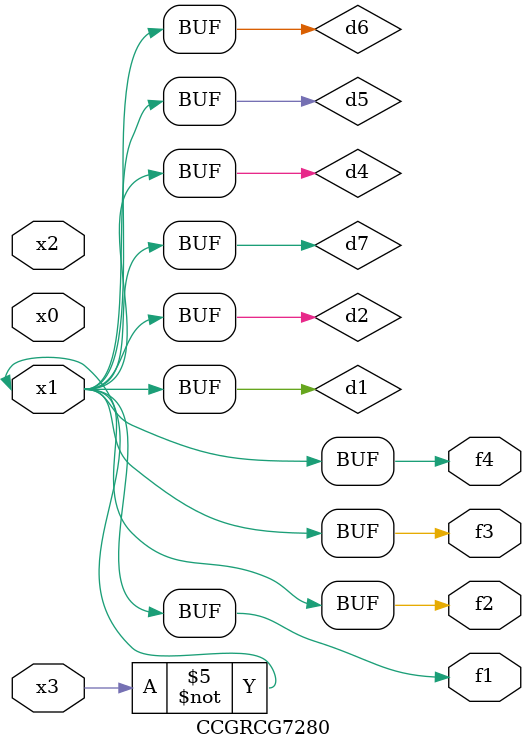
<source format=v>
module CCGRCG7280(
	input x0, x1, x2, x3,
	output f1, f2, f3, f4
);

	wire d1, d2, d3, d4, d5, d6, d7;

	not (d1, x3);
	buf (d2, x1);
	xnor (d3, d1, d2);
	nor (d4, d1);
	buf (d5, d1, d2);
	buf (d6, d4, d5);
	nand (d7, d4);
	assign f1 = d6;
	assign f2 = d7;
	assign f3 = d6;
	assign f4 = d6;
endmodule

</source>
